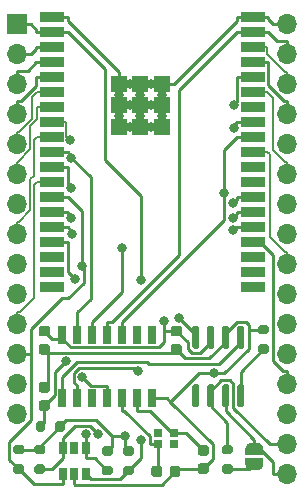
<source format=gtl>
G04 #@! TF.GenerationSoftware,KiCad,Pcbnew,(5.1.10)-1*
G04 #@! TF.CreationDate,2021-07-26T15:24:46+02:00*
G04 #@! TF.ProjectId,esp32,65737033-322e-46b6-9963-61645f706362,rev?*
G04 #@! TF.SameCoordinates,Original*
G04 #@! TF.FileFunction,Copper,L1,Top*
G04 #@! TF.FilePolarity,Positive*
%FSLAX46Y46*%
G04 Gerber Fmt 4.6, Leading zero omitted, Abs format (unit mm)*
G04 Created by KiCad (PCBNEW (5.1.10)-1) date 2021-07-26 15:24:46*
%MOMM*%
%LPD*%
G01*
G04 APERTURE LIST*
G04 #@! TA.AperFunction,ComponentPad*
%ADD10R,1.700000X1.700000*%
G04 #@! TD*
G04 #@! TA.AperFunction,ComponentPad*
%ADD11O,1.700000X1.700000*%
G04 #@! TD*
G04 #@! TA.AperFunction,SMDPad,CuDef*
%ADD12C,0.100000*%
G04 #@! TD*
G04 #@! TA.AperFunction,SMDPad,CuDef*
%ADD13R,2.000000X0.900000*%
G04 #@! TD*
G04 #@! TA.AperFunction,SMDPad,CuDef*
%ADD14R,1.330000X1.330000*%
G04 #@! TD*
G04 #@! TA.AperFunction,SMDPad,CuDef*
%ADD15R,0.650000X1.500000*%
G04 #@! TD*
G04 #@! TA.AperFunction,SMDPad,CuDef*
%ADD16R,0.750000X0.700000*%
G04 #@! TD*
G04 #@! TA.AperFunction,SMDPad,CuDef*
%ADD17R,0.650000X1.060000*%
G04 #@! TD*
G04 #@! TA.AperFunction,ViaPad*
%ADD18C,0.800000*%
G04 #@! TD*
G04 #@! TA.AperFunction,Conductor*
%ADD19C,0.250000*%
G04 #@! TD*
G04 #@! TA.AperFunction,Conductor*
%ADD20C,0.200000*%
G04 #@! TD*
G04 APERTURE END LIST*
D10*
X86360000Y-66040000D03*
D11*
X86360000Y-68580000D03*
X86360000Y-71120000D03*
X86360000Y-73660000D03*
X86360000Y-76200000D03*
X86360000Y-78740000D03*
X86360000Y-81280000D03*
X86360000Y-83820000D03*
X86360000Y-86360000D03*
X86360000Y-88900000D03*
X86360000Y-91440000D03*
X86360000Y-93980000D03*
X86360000Y-96520000D03*
X86360000Y-99060000D03*
X109220000Y-104140000D03*
X109220000Y-101600000D03*
X109220000Y-99060000D03*
X109220000Y-96520000D03*
X109220000Y-93980000D03*
X109220000Y-91440000D03*
X109220000Y-88900000D03*
X109220000Y-86360000D03*
X109220000Y-83820000D03*
X109220000Y-81280000D03*
X109220000Y-78740000D03*
X109220000Y-76200000D03*
X109220000Y-73660000D03*
X109220000Y-71120000D03*
X109220000Y-68580000D03*
X109220000Y-66040000D03*
G04 #@! TA.AperFunction,SMDPad,CuDef*
G36*
G01*
X98608000Y-103636000D02*
X98608000Y-104136000D01*
G75*
G02*
X98383000Y-104361000I-225000J0D01*
G01*
X97933000Y-104361000D01*
G75*
G02*
X97708000Y-104136000I0J225000D01*
G01*
X97708000Y-103636000D01*
G75*
G02*
X97933000Y-103411000I225000J0D01*
G01*
X98383000Y-103411000D01*
G75*
G02*
X98608000Y-103636000I0J-225000D01*
G01*
G37*
G04 #@! TD.AperFunction*
G04 #@! TA.AperFunction,SMDPad,CuDef*
G36*
G01*
X100158000Y-103636000D02*
X100158000Y-104136000D01*
G75*
G02*
X99933000Y-104361000I-225000J0D01*
G01*
X99483000Y-104361000D01*
G75*
G02*
X99258000Y-104136000I0J225000D01*
G01*
X99258000Y-103636000D01*
G75*
G02*
X99483000Y-103411000I225000J0D01*
G01*
X99933000Y-103411000D01*
G75*
G02*
X100158000Y-103636000I0J-225000D01*
G01*
G37*
G04 #@! TD.AperFunction*
G04 #@! TA.AperFunction,SMDPad,CuDef*
G36*
G01*
X101858000Y-101645000D02*
X102358000Y-101645000D01*
G75*
G02*
X102583000Y-101870000I0J-225000D01*
G01*
X102583000Y-102320000D01*
G75*
G02*
X102358000Y-102545000I-225000J0D01*
G01*
X101858000Y-102545000D01*
G75*
G02*
X101633000Y-102320000I0J225000D01*
G01*
X101633000Y-101870000D01*
G75*
G02*
X101858000Y-101645000I225000J0D01*
G01*
G37*
G04 #@! TD.AperFunction*
G04 #@! TA.AperFunction,SMDPad,CuDef*
G36*
G01*
X101858000Y-103195000D02*
X102358000Y-103195000D01*
G75*
G02*
X102583000Y-103420000I0J-225000D01*
G01*
X102583000Y-103870000D01*
G75*
G02*
X102358000Y-104095000I-225000J0D01*
G01*
X101858000Y-104095000D01*
G75*
G02*
X101633000Y-103870000I0J225000D01*
G01*
X101633000Y-103420000D01*
G75*
G02*
X101858000Y-103195000I225000J0D01*
G01*
G37*
G04 #@! TD.AperFunction*
G04 #@! TA.AperFunction,SMDPad,CuDef*
D12*
G36*
X105676000Y-102466000D02*
G01*
X105676000Y-101966000D01*
X105676602Y-101966000D01*
X105676602Y-101941466D01*
X105681412Y-101892635D01*
X105690984Y-101844510D01*
X105705228Y-101797555D01*
X105724005Y-101752222D01*
X105747136Y-101708949D01*
X105774396Y-101668150D01*
X105805524Y-101630221D01*
X105840221Y-101595524D01*
X105878150Y-101564396D01*
X105918949Y-101537136D01*
X105962222Y-101514005D01*
X106007555Y-101495228D01*
X106054510Y-101480984D01*
X106102635Y-101471412D01*
X106151466Y-101466602D01*
X106176000Y-101466602D01*
X106176000Y-101466000D01*
X106676000Y-101466000D01*
X106676000Y-101466602D01*
X106700534Y-101466602D01*
X106749365Y-101471412D01*
X106797490Y-101480984D01*
X106844445Y-101495228D01*
X106889778Y-101514005D01*
X106933051Y-101537136D01*
X106973850Y-101564396D01*
X107011779Y-101595524D01*
X107046476Y-101630221D01*
X107077604Y-101668150D01*
X107104864Y-101708949D01*
X107127995Y-101752222D01*
X107146772Y-101797555D01*
X107161016Y-101844510D01*
X107170588Y-101892635D01*
X107175398Y-101941466D01*
X107175398Y-101966000D01*
X107176000Y-101966000D01*
X107176000Y-102466000D01*
X105676000Y-102466000D01*
G37*
G04 #@! TD.AperFunction*
G04 #@! TA.AperFunction,SMDPad,CuDef*
G36*
X107175398Y-103266000D02*
G01*
X107175398Y-103290534D01*
X107170588Y-103339365D01*
X107161016Y-103387490D01*
X107146772Y-103434445D01*
X107127995Y-103479778D01*
X107104864Y-103523051D01*
X107077604Y-103563850D01*
X107046476Y-103601779D01*
X107011779Y-103636476D01*
X106973850Y-103667604D01*
X106933051Y-103694864D01*
X106889778Y-103717995D01*
X106844445Y-103736772D01*
X106797490Y-103751016D01*
X106749365Y-103760588D01*
X106700534Y-103765398D01*
X106676000Y-103765398D01*
X106676000Y-103766000D01*
X106176000Y-103766000D01*
X106176000Y-103765398D01*
X106151466Y-103765398D01*
X106102635Y-103760588D01*
X106054510Y-103751016D01*
X106007555Y-103736772D01*
X105962222Y-103717995D01*
X105918949Y-103694864D01*
X105878150Y-103667604D01*
X105840221Y-103636476D01*
X105805524Y-103601779D01*
X105774396Y-103563850D01*
X105747136Y-103523051D01*
X105724005Y-103479778D01*
X105705228Y-103434445D01*
X105690984Y-103387490D01*
X105681412Y-103339365D01*
X105676602Y-103290534D01*
X105676602Y-103266000D01*
X105676000Y-103266000D01*
X105676000Y-102766000D01*
X107176000Y-102766000D01*
X107176000Y-103266000D01*
X107175398Y-103266000D01*
G37*
G04 #@! TD.AperFunction*
G04 #@! TA.AperFunction,SMDPad,CuDef*
G36*
G01*
X94255000Y-102572000D02*
X93705000Y-102572000D01*
G75*
G02*
X93505000Y-102372000I0J200000D01*
G01*
X93505000Y-101972000D01*
G75*
G02*
X93705000Y-101772000I200000J0D01*
G01*
X94255000Y-101772000D01*
G75*
G02*
X94455000Y-101972000I0J-200000D01*
G01*
X94455000Y-102372000D01*
G75*
G02*
X94255000Y-102572000I-200000J0D01*
G01*
G37*
G04 #@! TD.AperFunction*
G04 #@! TA.AperFunction,SMDPad,CuDef*
G36*
G01*
X94255000Y-104222000D02*
X93705000Y-104222000D01*
G75*
G02*
X93505000Y-104022000I0J200000D01*
G01*
X93505000Y-103622000D01*
G75*
G02*
X93705000Y-103422000I200000J0D01*
G01*
X94255000Y-103422000D01*
G75*
G02*
X94455000Y-103622000I0J-200000D01*
G01*
X94455000Y-104022000D01*
G75*
G02*
X94255000Y-104222000I-200000J0D01*
G01*
G37*
G04 #@! TD.AperFunction*
G04 #@! TA.AperFunction,SMDPad,CuDef*
G36*
G01*
X88540000Y-104095000D02*
X87990000Y-104095000D01*
G75*
G02*
X87790000Y-103895000I0J200000D01*
G01*
X87790000Y-103495000D01*
G75*
G02*
X87990000Y-103295000I200000J0D01*
G01*
X88540000Y-103295000D01*
G75*
G02*
X88740000Y-103495000I0J-200000D01*
G01*
X88740000Y-103895000D01*
G75*
G02*
X88540000Y-104095000I-200000J0D01*
G01*
G37*
G04 #@! TD.AperFunction*
G04 #@! TA.AperFunction,SMDPad,CuDef*
G36*
G01*
X88540000Y-102445000D02*
X87990000Y-102445000D01*
G75*
G02*
X87790000Y-102245000I0J200000D01*
G01*
X87790000Y-101845000D01*
G75*
G02*
X87990000Y-101645000I200000J0D01*
G01*
X88540000Y-101645000D01*
G75*
G02*
X88740000Y-101845000I0J-200000D01*
G01*
X88740000Y-102245000D01*
G75*
G02*
X88540000Y-102445000I-200000J0D01*
G01*
G37*
G04 #@! TD.AperFunction*
G04 #@! TA.AperFunction,SMDPad,CuDef*
G36*
G01*
X86212000Y-101645000D02*
X86762000Y-101645000D01*
G75*
G02*
X86962000Y-101845000I0J-200000D01*
G01*
X86962000Y-102245000D01*
G75*
G02*
X86762000Y-102445000I-200000J0D01*
G01*
X86212000Y-102445000D01*
G75*
G02*
X86012000Y-102245000I0J200000D01*
G01*
X86012000Y-101845000D01*
G75*
G02*
X86212000Y-101645000I200000J0D01*
G01*
G37*
G04 #@! TD.AperFunction*
G04 #@! TA.AperFunction,SMDPad,CuDef*
G36*
G01*
X86212000Y-103295000D02*
X86762000Y-103295000D01*
G75*
G02*
X86962000Y-103495000I0J-200000D01*
G01*
X86962000Y-103895000D01*
G75*
G02*
X86762000Y-104095000I-200000J0D01*
G01*
X86212000Y-104095000D01*
G75*
G02*
X86012000Y-103895000I0J200000D01*
G01*
X86012000Y-103495000D01*
G75*
G02*
X86212000Y-103295000I200000J0D01*
G01*
G37*
G04 #@! TD.AperFunction*
G04 #@! TA.AperFunction,SMDPad,CuDef*
G36*
G01*
X95483000Y-103422000D02*
X96033000Y-103422000D01*
G75*
G02*
X96233000Y-103622000I0J-200000D01*
G01*
X96233000Y-104022000D01*
G75*
G02*
X96033000Y-104222000I-200000J0D01*
G01*
X95483000Y-104222000D01*
G75*
G02*
X95283000Y-104022000I0J200000D01*
G01*
X95283000Y-103622000D01*
G75*
G02*
X95483000Y-103422000I200000J0D01*
G01*
G37*
G04 #@! TD.AperFunction*
G04 #@! TA.AperFunction,SMDPad,CuDef*
G36*
G01*
X95483000Y-101772000D02*
X96033000Y-101772000D01*
G75*
G02*
X96233000Y-101972000I0J-200000D01*
G01*
X96233000Y-102372000D01*
G75*
G02*
X96033000Y-102572000I-200000J0D01*
G01*
X95483000Y-102572000D01*
G75*
G02*
X95283000Y-102372000I0J200000D01*
G01*
X95283000Y-101972000D01*
G75*
G02*
X95483000Y-101772000I200000J0D01*
G01*
G37*
G04 #@! TD.AperFunction*
G04 #@! TA.AperFunction,SMDPad,CuDef*
G36*
G01*
X107463000Y-93935000D02*
X106913000Y-93935000D01*
G75*
G02*
X106713000Y-93735000I0J200000D01*
G01*
X106713000Y-93335000D01*
G75*
G02*
X106913000Y-93135000I200000J0D01*
G01*
X107463000Y-93135000D01*
G75*
G02*
X107663000Y-93335000I0J-200000D01*
G01*
X107663000Y-93735000D01*
G75*
G02*
X107463000Y-93935000I-200000J0D01*
G01*
G37*
G04 #@! TD.AperFunction*
G04 #@! TA.AperFunction,SMDPad,CuDef*
G36*
G01*
X107463000Y-92285000D02*
X106913000Y-92285000D01*
G75*
G02*
X106713000Y-92085000I0J200000D01*
G01*
X106713000Y-91685000D01*
G75*
G02*
X106913000Y-91485000I200000J0D01*
G01*
X107463000Y-91485000D01*
G75*
G02*
X107663000Y-91685000I0J-200000D01*
G01*
X107663000Y-92085000D01*
G75*
G02*
X107463000Y-92285000I-200000J0D01*
G01*
G37*
G04 #@! TD.AperFunction*
G04 #@! TA.AperFunction,SMDPad,CuDef*
G36*
G01*
X105133000Y-91546000D02*
X105433000Y-91546000D01*
G75*
G02*
X105583000Y-91696000I0J-150000D01*
G01*
X105583000Y-93346000D01*
G75*
G02*
X105433000Y-93496000I-150000J0D01*
G01*
X105133000Y-93496000D01*
G75*
G02*
X104983000Y-93346000I0J150000D01*
G01*
X104983000Y-91696000D01*
G75*
G02*
X105133000Y-91546000I150000J0D01*
G01*
G37*
G04 #@! TD.AperFunction*
G04 #@! TA.AperFunction,SMDPad,CuDef*
G36*
G01*
X103863000Y-91546000D02*
X104163000Y-91546000D01*
G75*
G02*
X104313000Y-91696000I0J-150000D01*
G01*
X104313000Y-93346000D01*
G75*
G02*
X104163000Y-93496000I-150000J0D01*
G01*
X103863000Y-93496000D01*
G75*
G02*
X103713000Y-93346000I0J150000D01*
G01*
X103713000Y-91696000D01*
G75*
G02*
X103863000Y-91546000I150000J0D01*
G01*
G37*
G04 #@! TD.AperFunction*
G04 #@! TA.AperFunction,SMDPad,CuDef*
G36*
G01*
X102593000Y-91546000D02*
X102893000Y-91546000D01*
G75*
G02*
X103043000Y-91696000I0J-150000D01*
G01*
X103043000Y-93346000D01*
G75*
G02*
X102893000Y-93496000I-150000J0D01*
G01*
X102593000Y-93496000D01*
G75*
G02*
X102443000Y-93346000I0J150000D01*
G01*
X102443000Y-91696000D01*
G75*
G02*
X102593000Y-91546000I150000J0D01*
G01*
G37*
G04 #@! TD.AperFunction*
G04 #@! TA.AperFunction,SMDPad,CuDef*
G36*
G01*
X101323000Y-91546000D02*
X101623000Y-91546000D01*
G75*
G02*
X101773000Y-91696000I0J-150000D01*
G01*
X101773000Y-93346000D01*
G75*
G02*
X101623000Y-93496000I-150000J0D01*
G01*
X101323000Y-93496000D01*
G75*
G02*
X101173000Y-93346000I0J150000D01*
G01*
X101173000Y-91696000D01*
G75*
G02*
X101323000Y-91546000I150000J0D01*
G01*
G37*
G04 #@! TD.AperFunction*
G04 #@! TA.AperFunction,SMDPad,CuDef*
G36*
G01*
X101323000Y-96496000D02*
X101623000Y-96496000D01*
G75*
G02*
X101773000Y-96646000I0J-150000D01*
G01*
X101773000Y-98296000D01*
G75*
G02*
X101623000Y-98446000I-150000J0D01*
G01*
X101323000Y-98446000D01*
G75*
G02*
X101173000Y-98296000I0J150000D01*
G01*
X101173000Y-96646000D01*
G75*
G02*
X101323000Y-96496000I150000J0D01*
G01*
G37*
G04 #@! TD.AperFunction*
G04 #@! TA.AperFunction,SMDPad,CuDef*
G36*
G01*
X102593000Y-96496000D02*
X102893000Y-96496000D01*
G75*
G02*
X103043000Y-96646000I0J-150000D01*
G01*
X103043000Y-98296000D01*
G75*
G02*
X102893000Y-98446000I-150000J0D01*
G01*
X102593000Y-98446000D01*
G75*
G02*
X102443000Y-98296000I0J150000D01*
G01*
X102443000Y-96646000D01*
G75*
G02*
X102593000Y-96496000I150000J0D01*
G01*
G37*
G04 #@! TD.AperFunction*
G04 #@! TA.AperFunction,SMDPad,CuDef*
G36*
G01*
X103863000Y-96496000D02*
X104163000Y-96496000D01*
G75*
G02*
X104313000Y-96646000I0J-150000D01*
G01*
X104313000Y-98296000D01*
G75*
G02*
X104163000Y-98446000I-150000J0D01*
G01*
X103863000Y-98446000D01*
G75*
G02*
X103713000Y-98296000I0J150000D01*
G01*
X103713000Y-96646000D01*
G75*
G02*
X103863000Y-96496000I150000J0D01*
G01*
G37*
G04 #@! TD.AperFunction*
G04 #@! TA.AperFunction,SMDPad,CuDef*
G36*
G01*
X105133000Y-96496000D02*
X105433000Y-96496000D01*
G75*
G02*
X105583000Y-96646000I0J-150000D01*
G01*
X105583000Y-98296000D01*
G75*
G02*
X105433000Y-98446000I-150000J0D01*
G01*
X105133000Y-98446000D01*
G75*
G02*
X104983000Y-98296000I0J150000D01*
G01*
X104983000Y-96646000D01*
G75*
G02*
X105133000Y-96496000I150000J0D01*
G01*
G37*
G04 #@! TD.AperFunction*
D13*
X89290000Y-65400000D03*
X89290000Y-66670000D03*
X89290000Y-67940000D03*
X89290000Y-69210000D03*
X89290000Y-70480000D03*
X89290000Y-71750000D03*
X89290000Y-73020000D03*
X89290000Y-74290000D03*
X89290000Y-75560000D03*
X89290000Y-76830000D03*
X89290000Y-78100000D03*
X89290000Y-79370000D03*
X89290000Y-80640000D03*
X89290000Y-81910000D03*
X89290000Y-83180000D03*
X89290000Y-84450000D03*
X89290000Y-85720000D03*
X89290000Y-86990000D03*
X89290000Y-88260000D03*
X106290000Y-88260000D03*
X106290000Y-86990000D03*
X106290000Y-85720000D03*
X106290000Y-84450000D03*
X106290000Y-83180000D03*
X106290000Y-81910000D03*
X106290000Y-80640000D03*
X106290000Y-79370000D03*
X106290000Y-78100000D03*
X106290000Y-76830000D03*
X106290000Y-75560000D03*
X106290000Y-74290000D03*
X106290000Y-73020000D03*
X106290000Y-71750000D03*
X106290000Y-70480000D03*
X106290000Y-69210000D03*
X106290000Y-67940000D03*
X106290000Y-66670000D03*
X106290000Y-65400000D03*
D14*
X96790000Y-72900000D03*
X94955000Y-71065000D03*
X94955000Y-72900000D03*
X94955000Y-74735000D03*
X96790000Y-74735000D03*
X98625000Y-74735000D03*
X98625000Y-72900000D03*
X98625000Y-71065000D03*
X96790000Y-71065000D03*
G04 #@! TA.AperFunction,SMDPad,CuDef*
G36*
G01*
X99572000Y-93101000D02*
X100072000Y-93101000D01*
G75*
G02*
X100297000Y-93326000I0J-225000D01*
G01*
X100297000Y-93776000D01*
G75*
G02*
X100072000Y-94001000I-225000J0D01*
G01*
X99572000Y-94001000D01*
G75*
G02*
X99347000Y-93776000I0J225000D01*
G01*
X99347000Y-93326000D01*
G75*
G02*
X99572000Y-93101000I225000J0D01*
G01*
G37*
G04 #@! TD.AperFunction*
G04 #@! TA.AperFunction,SMDPad,CuDef*
G36*
G01*
X99572000Y-91551000D02*
X100072000Y-91551000D01*
G75*
G02*
X100297000Y-91776000I0J-225000D01*
G01*
X100297000Y-92226000D01*
G75*
G02*
X100072000Y-92451000I-225000J0D01*
G01*
X99572000Y-92451000D01*
G75*
G02*
X99347000Y-92226000I0J225000D01*
G01*
X99347000Y-91776000D01*
G75*
G02*
X99572000Y-91551000I225000J0D01*
G01*
G37*
G04 #@! TD.AperFunction*
G04 #@! TA.AperFunction,SMDPad,CuDef*
G36*
G01*
X88396000Y-91551000D02*
X88896000Y-91551000D01*
G75*
G02*
X89121000Y-91776000I0J-225000D01*
G01*
X89121000Y-92226000D01*
G75*
G02*
X88896000Y-92451000I-225000J0D01*
G01*
X88396000Y-92451000D01*
G75*
G02*
X88171000Y-92226000I0J225000D01*
G01*
X88171000Y-91776000D01*
G75*
G02*
X88396000Y-91551000I225000J0D01*
G01*
G37*
G04 #@! TD.AperFunction*
G04 #@! TA.AperFunction,SMDPad,CuDef*
G36*
G01*
X88396000Y-93101000D02*
X88896000Y-93101000D01*
G75*
G02*
X89121000Y-93326000I0J-225000D01*
G01*
X89121000Y-93776000D01*
G75*
G02*
X88896000Y-94001000I-225000J0D01*
G01*
X88396000Y-94001000D01*
G75*
G02*
X88171000Y-93776000I0J225000D01*
G01*
X88171000Y-93326000D01*
G75*
G02*
X88396000Y-93101000I225000J0D01*
G01*
G37*
G04 #@! TD.AperFunction*
G04 #@! TA.AperFunction,SMDPad,CuDef*
G36*
G01*
X88896000Y-98761000D02*
X88396000Y-98761000D01*
G75*
G02*
X88171000Y-98536000I0J225000D01*
G01*
X88171000Y-98086000D01*
G75*
G02*
X88396000Y-97861000I225000J0D01*
G01*
X88896000Y-97861000D01*
G75*
G02*
X89121000Y-98086000I0J-225000D01*
G01*
X89121000Y-98536000D01*
G75*
G02*
X88896000Y-98761000I-225000J0D01*
G01*
G37*
G04 #@! TD.AperFunction*
G04 #@! TA.AperFunction,SMDPad,CuDef*
G36*
G01*
X88896000Y-97211000D02*
X88396000Y-97211000D01*
G75*
G02*
X88171000Y-96986000I0J225000D01*
G01*
X88171000Y-96536000D01*
G75*
G02*
X88396000Y-96311000I225000J0D01*
G01*
X88896000Y-96311000D01*
G75*
G02*
X89121000Y-96536000I0J-225000D01*
G01*
X89121000Y-96986000D01*
G75*
G02*
X88896000Y-97211000I-225000J0D01*
G01*
G37*
G04 #@! TD.AperFunction*
G04 #@! TA.AperFunction,SMDPad,CuDef*
G36*
G01*
X90379000Y-99801000D02*
X90379000Y-100351000D01*
G75*
G02*
X90179000Y-100551000I-200000J0D01*
G01*
X89779000Y-100551000D01*
G75*
G02*
X89579000Y-100351000I0J200000D01*
G01*
X89579000Y-99801000D01*
G75*
G02*
X89779000Y-99601000I200000J0D01*
G01*
X90179000Y-99601000D01*
G75*
G02*
X90379000Y-99801000I0J-200000D01*
G01*
G37*
G04 #@! TD.AperFunction*
G04 #@! TA.AperFunction,SMDPad,CuDef*
G36*
G01*
X88729000Y-99801000D02*
X88729000Y-100351000D01*
G75*
G02*
X88529000Y-100551000I-200000J0D01*
G01*
X88129000Y-100551000D01*
G75*
G02*
X87929000Y-100351000I0J200000D01*
G01*
X87929000Y-99801000D01*
G75*
G02*
X88129000Y-99601000I200000J0D01*
G01*
X88529000Y-99601000D01*
G75*
G02*
X88729000Y-99801000I0J-200000D01*
G01*
G37*
G04 #@! TD.AperFunction*
G04 #@! TA.AperFunction,SMDPad,CuDef*
G36*
G01*
X104415000Y-104095000D02*
X103865000Y-104095000D01*
G75*
G02*
X103665000Y-103895000I0J200000D01*
G01*
X103665000Y-103495000D01*
G75*
G02*
X103865000Y-103295000I200000J0D01*
G01*
X104415000Y-103295000D01*
G75*
G02*
X104615000Y-103495000I0J-200000D01*
G01*
X104615000Y-103895000D01*
G75*
G02*
X104415000Y-104095000I-200000J0D01*
G01*
G37*
G04 #@! TD.AperFunction*
G04 #@! TA.AperFunction,SMDPad,CuDef*
G36*
G01*
X104415000Y-102445000D02*
X103865000Y-102445000D01*
G75*
G02*
X103665000Y-102245000I0J200000D01*
G01*
X103665000Y-101845000D01*
G75*
G02*
X103865000Y-101645000I200000J0D01*
G01*
X104415000Y-101645000D01*
G75*
G02*
X104615000Y-101845000I0J-200000D01*
G01*
X104615000Y-102245000D01*
G75*
G02*
X104415000Y-102445000I-200000J0D01*
G01*
G37*
G04 #@! TD.AperFunction*
D15*
X90170000Y-97696000D03*
X91440000Y-97696000D03*
X92710000Y-97696000D03*
X93980000Y-97696000D03*
X95250000Y-97696000D03*
X96520000Y-97696000D03*
X97790000Y-97696000D03*
X97790000Y-92296000D03*
X96520000Y-92296000D03*
X95250000Y-92296000D03*
X93980000Y-92296000D03*
X92710000Y-92296000D03*
X91440000Y-92296000D03*
X90170000Y-92296000D03*
D16*
X99608000Y-100592000D03*
X98258000Y-100592000D03*
X98258000Y-101592000D03*
X99608000Y-101592000D03*
D17*
X90236000Y-104097000D03*
X91186000Y-104097000D03*
X92136000Y-104097000D03*
X92136000Y-101897000D03*
X90236000Y-101897000D03*
X91186000Y-101897000D03*
D18*
X90801700Y-75847100D03*
X90948300Y-82443100D03*
X104635100Y-81192000D03*
X95467700Y-100847600D03*
X98750000Y-91182600D03*
X96840200Y-87709800D03*
X103035400Y-95563200D03*
X91017700Y-83807900D03*
X95872500Y-71065000D03*
X97707500Y-71065000D03*
X95872500Y-72900000D03*
X97707500Y-72900000D03*
X97707500Y-74735000D03*
X95872500Y-74735000D03*
X94955000Y-71982500D03*
X94955000Y-73817500D03*
X96790000Y-71982500D03*
X96790000Y-73817500D03*
X98625000Y-71982500D03*
X98625000Y-73817500D03*
X91839900Y-86518100D03*
X96830300Y-101229600D03*
X104664900Y-83479800D03*
X93195500Y-100728800D03*
X91250400Y-87606200D03*
X92136000Y-100755900D03*
X90936200Y-77322100D03*
X91845800Y-95855800D03*
X90904400Y-79875100D03*
X103843500Y-80331100D03*
X95202400Y-84975800D03*
X104675300Y-74829800D03*
X100048900Y-90935400D03*
X96581200Y-95344100D03*
X90461900Y-94551200D03*
X104660100Y-82385900D03*
X104666500Y-72821800D03*
D19*
X86360000Y-71120000D02*
X86360000Y-69944700D01*
X89290000Y-69210000D02*
X87964700Y-69210000D01*
X87964700Y-69210000D02*
X87230000Y-69944700D01*
X87230000Y-69944700D02*
X86360000Y-69944700D01*
X86360000Y-73660000D02*
X86360000Y-72484700D01*
X89290000Y-70480000D02*
X87964700Y-70480000D01*
X87964700Y-70480000D02*
X87964700Y-71213200D01*
X87964700Y-71213200D02*
X86693200Y-72484700D01*
X86693200Y-72484700D02*
X86360000Y-72484700D01*
D20*
X88065000Y-71750000D02*
X87623300Y-72191700D01*
X87623300Y-72191700D02*
X87623300Y-74041800D01*
X87623300Y-74041800D02*
X86540100Y-75125000D01*
X86540100Y-75125000D02*
X86360000Y-75125000D01*
X89290000Y-71750000D02*
X88065000Y-71750000D01*
X86360000Y-76200000D02*
X86360000Y-75125000D01*
X86360000Y-78740000D02*
X86360000Y-77665000D01*
X89290000Y-73020000D02*
X88065000Y-73020000D01*
X88065000Y-73020000D02*
X88065000Y-74025000D01*
X88065000Y-74025000D02*
X87474500Y-74615500D01*
X87474500Y-74615500D02*
X87474500Y-76571100D01*
X87474500Y-76571100D02*
X86380600Y-77665000D01*
X86380600Y-77665000D02*
X86360000Y-77665000D01*
X90515000Y-74290000D02*
X90515000Y-75560400D01*
X90515000Y-75560400D02*
X90801700Y-75847100D01*
X89290000Y-74290000D02*
X90515000Y-74290000D01*
X86360000Y-83820000D02*
X86360000Y-82745000D01*
X89290000Y-75560000D02*
X88065000Y-75560000D01*
X88065000Y-75560000D02*
X87776100Y-75848900D01*
X87776100Y-75848900D02*
X87776100Y-78850400D01*
X87776100Y-78850400D02*
X87474500Y-79152000D01*
X87474500Y-79152000D02*
X87474500Y-81741900D01*
X87474500Y-81741900D02*
X86471400Y-82745000D01*
X86471400Y-82745000D02*
X86360000Y-82745000D01*
X86360000Y-90365000D02*
X86582700Y-90365000D01*
X86582700Y-90365000D02*
X87774900Y-89172800D01*
X87774900Y-89172800D02*
X87774900Y-79660100D01*
X87774900Y-79660100D02*
X88065000Y-79370000D01*
X86360000Y-91440000D02*
X86360000Y-90365000D01*
X89290000Y-79370000D02*
X88065000Y-79370000D01*
D19*
X90615300Y-81910000D02*
X90615300Y-82110100D01*
X90615300Y-82110100D02*
X90948300Y-82443100D01*
X89290000Y-81910000D02*
X90615300Y-81910000D01*
X106290000Y-80640000D02*
X104964700Y-80640000D01*
X104964700Y-80640000D02*
X104964700Y-80862400D01*
X104964700Y-80862400D02*
X104635100Y-81192000D01*
D20*
X109220000Y-86360000D02*
X109220000Y-85285000D01*
X106290000Y-76830000D02*
X107515000Y-76830000D01*
X107515000Y-76830000D02*
X107723700Y-77038700D01*
X107723700Y-77038700D02*
X107723700Y-84006400D01*
X107723700Y-84006400D02*
X109002300Y-85285000D01*
X109002300Y-85285000D02*
X109220000Y-85285000D01*
X109220000Y-78740000D02*
X109220000Y-77665000D01*
X106290000Y-71750000D02*
X107515000Y-71750000D01*
X107515000Y-71750000D02*
X108024100Y-72259100D01*
X108024100Y-72259100D02*
X108024100Y-76691900D01*
X108024100Y-76691900D02*
X108997200Y-77665000D01*
X108997200Y-77665000D02*
X109220000Y-77665000D01*
X109220000Y-71120000D02*
X109220000Y-70045000D01*
X106290000Y-67940000D02*
X107515000Y-67940000D01*
X107515000Y-67940000D02*
X107515000Y-68502000D01*
X107515000Y-68502000D02*
X109058000Y-70045000D01*
X109058000Y-70045000D02*
X109220000Y-70045000D01*
D19*
X94356800Y-100847600D02*
X93055400Y-99546200D01*
X93055400Y-99546200D02*
X90508800Y-99546200D01*
X90508800Y-99546200D02*
X89979000Y-100076000D01*
X95467700Y-100847600D02*
X94356800Y-100847600D01*
X94356800Y-100847600D02*
X94356800Y-101795200D01*
X94356800Y-101795200D02*
X93980000Y-102172000D01*
X95467700Y-100847600D02*
X95467700Y-101881700D01*
X95467700Y-101881700D02*
X95758000Y-102172000D01*
X90615300Y-66670000D02*
X93778000Y-69832700D01*
X93778000Y-69832700D02*
X93778000Y-77512500D01*
X93778000Y-77512500D02*
X96840200Y-80574700D01*
X96840200Y-80574700D02*
X96840200Y-87709800D01*
X88265000Y-102045000D02*
X86487000Y-102045000D01*
X90170000Y-92648000D02*
X89293000Y-92648000D01*
X89293000Y-92648000D02*
X88646000Y-92001000D01*
X89979000Y-100076000D02*
X88265000Y-101790000D01*
X88265000Y-101790000D02*
X88265000Y-102045000D01*
X98750000Y-92001000D02*
X98750000Y-91182600D01*
X90170000Y-92648000D02*
X90893400Y-93371400D01*
X90893400Y-93371400D02*
X98317600Y-93371400D01*
X98317600Y-93371400D02*
X98750000Y-92939000D01*
X98750000Y-92939000D02*
X98750000Y-92001000D01*
X98750000Y-92001000D02*
X99822000Y-92001000D01*
X89290000Y-66670000D02*
X90615300Y-66670000D01*
X90170000Y-92472000D02*
X90170000Y-92296000D01*
X90170000Y-92472000D02*
X90170000Y-92648000D01*
X88627400Y-66670000D02*
X89290000Y-66670000D01*
X99822000Y-92001000D02*
X100773300Y-92952300D01*
X100773300Y-92952300D02*
X100773300Y-93495200D01*
X100773300Y-93495200D02*
X101147700Y-93869600D01*
X101147700Y-93869600D02*
X101809600Y-93869600D01*
X101809600Y-93869600D02*
X102743000Y-92936200D01*
X102743000Y-92936200D02*
X102743000Y-92521000D01*
X88627400Y-66670000D02*
X87964700Y-66670000D01*
X86360000Y-66040000D02*
X87535300Y-66040000D01*
X87964700Y-66670000D02*
X87964700Y-66469400D01*
X87964700Y-66469400D02*
X87535300Y-66040000D01*
X106290000Y-65400000D02*
X107615300Y-65400000D01*
X109220000Y-66040000D02*
X108044700Y-66040000D01*
X108044700Y-66040000D02*
X107615300Y-65610600D01*
X107615300Y-65610600D02*
X107615300Y-65400000D01*
X99822000Y-93551000D02*
X99547100Y-93825900D01*
X99547100Y-93825900D02*
X89046500Y-93825900D01*
X89046500Y-93825900D02*
X88983700Y-93888700D01*
X88646000Y-93551000D02*
X88983700Y-93888700D01*
X88646000Y-96761000D02*
X88983700Y-96423300D01*
X88983700Y-96423300D02*
X88983700Y-93888700D01*
X90615300Y-83180000D02*
X91017700Y-83582400D01*
X91017700Y-83582400D02*
X91017700Y-83807900D01*
X89290000Y-65400000D02*
X90615300Y-65400000D01*
X94955000Y-71065000D02*
X94955000Y-70074700D01*
X94955000Y-70074700D02*
X90615300Y-65735000D01*
X90615300Y-65735000D02*
X90615300Y-65400000D01*
X94955000Y-72900000D02*
X94955000Y-72050000D01*
X104013000Y-92521000D02*
X104013000Y-92914700D01*
X104013000Y-92914700D02*
X102606500Y-94321200D01*
X102606500Y-94321200D02*
X100592200Y-94321200D01*
X100592200Y-94321200D02*
X99822000Y-93551000D01*
X105957600Y-91885000D02*
X105957600Y-91469400D01*
X105957600Y-91469400D02*
X105708300Y-91220100D01*
X105708300Y-91220100D02*
X104936700Y-91220100D01*
X104936700Y-91220100D02*
X104013000Y-92143800D01*
X104013000Y-92143800D02*
X104013000Y-92521000D01*
X99310100Y-97973600D02*
X99032500Y-97696000D01*
X99032500Y-97696000D02*
X97790000Y-97696000D01*
X102108000Y-103645000D02*
X102914300Y-102838700D01*
X102914300Y-102838700D02*
X102914300Y-101577800D01*
X102914300Y-101577800D02*
X99310100Y-97973600D01*
X99310100Y-97973600D02*
X101720500Y-95563200D01*
X101720500Y-95563200D02*
X103035400Y-95563200D01*
X99708000Y-103886000D02*
X99949000Y-103645000D01*
X99949000Y-103645000D02*
X102108000Y-103645000D01*
X96790000Y-74735000D02*
X97634700Y-74735000D01*
X98625000Y-74735000D02*
X97731000Y-74735000D01*
X96790000Y-74735000D02*
X96790000Y-73817500D01*
X105957600Y-91885000D02*
X105957600Y-93500500D01*
X105957600Y-93500500D02*
X103894900Y-95563200D01*
X103894900Y-95563200D02*
X103035400Y-95563200D01*
X105957600Y-91885000D02*
X107188000Y-91885000D01*
X89290000Y-83180000D02*
X90615300Y-83180000D01*
X99708000Y-103886000D02*
X98588500Y-105005500D01*
X98588500Y-105005500D02*
X91239200Y-105005500D01*
X91239200Y-105005500D02*
X91186000Y-104952300D01*
X91186000Y-104097000D02*
X91186000Y-104952300D01*
X106290000Y-65400000D02*
X104964700Y-65400000D01*
X98625000Y-71065000D02*
X99615300Y-71065000D01*
X104964700Y-65400000D02*
X104964700Y-65715600D01*
X104964700Y-65715600D02*
X99615300Y-71065000D01*
X96790000Y-73817500D02*
X96790000Y-73771000D01*
X94955000Y-73817500D02*
X94955000Y-73817500D01*
X94955000Y-74735000D02*
X94955000Y-73817500D01*
X96790000Y-71982500D02*
X96790000Y-71982500D01*
X96790000Y-71065000D02*
X96790000Y-71982500D01*
X98625000Y-71982500D02*
X98625000Y-71982500D01*
X98625000Y-71065000D02*
X98625000Y-71982500D01*
X94955000Y-71065000D02*
X95813000Y-71065000D01*
X96790000Y-71065000D02*
X97845000Y-71065000D01*
X98625000Y-72900000D02*
X98625000Y-73968000D01*
X94955000Y-72900000D02*
X95883000Y-72900000D01*
X96790000Y-72900000D02*
X97661000Y-72900000D01*
X95813000Y-71065000D02*
X96790000Y-71065000D01*
X97845000Y-71065000D02*
X98625000Y-71065000D01*
X95883000Y-72900000D02*
X96790000Y-72900000D01*
X97661000Y-72900000D02*
X98625000Y-72900000D01*
X97731000Y-74735000D02*
X97634700Y-74735000D01*
X94955000Y-74735000D02*
X95826000Y-74735000D01*
X95826000Y-74735000D02*
X96790000Y-74735000D01*
X94955000Y-72050000D02*
X94955000Y-71065000D01*
X94955000Y-73817500D02*
X94955000Y-72900000D01*
X96790000Y-71982500D02*
X96790000Y-72900000D01*
X96790000Y-73771000D02*
X96790000Y-72900000D01*
X98625000Y-71982500D02*
X98625000Y-72900000D01*
X98625000Y-73968000D02*
X98625000Y-74735000D01*
X98258000Y-101592000D02*
X97557700Y-101592000D01*
X95250000Y-97696000D02*
X95250000Y-98771300D01*
X95250000Y-98771300D02*
X95402900Y-98771300D01*
X95402900Y-98771300D02*
X97557700Y-100926100D01*
X97557700Y-100926100D02*
X97557700Y-101592000D01*
X98258000Y-101592000D02*
X98258000Y-103786000D01*
X98258000Y-103786000D02*
X98158000Y-103886000D01*
X99608000Y-100592000D02*
X100605000Y-100592000D01*
X100605000Y-100592000D02*
X102108000Y-102095000D01*
X96520000Y-98771300D02*
X97622400Y-98771300D01*
X97622400Y-98771300D02*
X99443000Y-100591900D01*
X99443000Y-100591900D02*
X99443000Y-100592000D01*
X99443000Y-100592000D02*
X99608000Y-100592000D01*
X96520000Y-97696000D02*
X96520000Y-98771300D01*
X90615300Y-80640000D02*
X91839900Y-81864600D01*
X91839900Y-81864600D02*
X91839900Y-86518100D01*
X91839900Y-86518100D02*
X91979100Y-86657300D01*
X91979100Y-86657300D02*
X91979100Y-87944500D01*
X91979100Y-87944500D02*
X90694300Y-89229300D01*
X90694300Y-89229300D02*
X90131600Y-89229300D01*
X90131600Y-89229300D02*
X87535300Y-91825600D01*
X87535300Y-91825600D02*
X87535300Y-93980000D01*
X86487000Y-103695000D02*
X85678700Y-102886700D01*
X85678700Y-102886700D02*
X85678700Y-101412900D01*
X85678700Y-101412900D02*
X87535300Y-99556300D01*
X87535300Y-99556300D02*
X87535300Y-93980000D01*
X86360000Y-93980000D02*
X87535300Y-93980000D01*
X89290000Y-80640000D02*
X90615300Y-80640000D01*
X90236000Y-104952300D02*
X87744300Y-104952300D01*
X87744300Y-104952300D02*
X86487000Y-103695000D01*
X90236000Y-104097000D02*
X90236000Y-104952300D01*
X95758000Y-103822000D02*
X96830300Y-102749700D01*
X96830300Y-102749700D02*
X96830300Y-101229600D01*
X92136000Y-104097000D02*
X92591000Y-104552000D01*
X92591000Y-104552000D02*
X95028000Y-104552000D01*
X95028000Y-104552000D02*
X95758000Y-103822000D01*
X104664900Y-83479800D02*
X104964700Y-83180000D01*
X106290000Y-83180000D02*
X104964700Y-83180000D01*
X90236000Y-101897000D02*
X90236000Y-101041700D01*
X90236000Y-101041700D02*
X91247200Y-100030500D01*
X91247200Y-100030500D02*
X92497200Y-100030500D01*
X92497200Y-100030500D02*
X93195500Y-100728800D01*
X90236000Y-102324600D02*
X90236000Y-101897000D01*
X90236000Y-102324600D02*
X90236000Y-102752300D01*
X88265000Y-103695000D02*
X89293300Y-103695000D01*
X89293300Y-103695000D02*
X90236000Y-102752300D01*
X109220000Y-96520000D02*
X109220000Y-95344700D01*
X106290000Y-84450000D02*
X106939400Y-84450000D01*
X106939400Y-84450000D02*
X108044700Y-85555300D01*
X108044700Y-85555300D02*
X108044700Y-94536800D01*
X108044700Y-94536800D02*
X108852600Y-95344700D01*
X108852600Y-95344700D02*
X109220000Y-95344700D01*
X90615300Y-84450000D02*
X90615300Y-86971100D01*
X90615300Y-86971100D02*
X91250400Y-87606200D01*
X89290000Y-84450000D02*
X90615300Y-84450000D01*
X92136000Y-101041700D02*
X92136000Y-100755900D01*
X92136000Y-101897000D02*
X92136000Y-101041700D01*
X92136000Y-102324600D02*
X92136000Y-101897000D01*
X92136000Y-102324600D02*
X92136000Y-102752300D01*
X92136000Y-102752300D02*
X92910300Y-102752300D01*
X92910300Y-102752300D02*
X93980000Y-103822000D01*
X91440000Y-92296000D02*
X91440000Y-90402000D01*
X91440000Y-90402000D02*
X92565200Y-89276800D01*
X92565200Y-89276800D02*
X92565200Y-78951100D01*
X92565200Y-78951100D02*
X90936200Y-77322100D01*
X90936200Y-77322100D02*
X90936200Y-77150900D01*
X90936200Y-77150900D02*
X90615300Y-76830000D01*
X89290000Y-76830000D02*
X90615300Y-76830000D01*
X93980000Y-96620700D02*
X92610700Y-96620700D01*
X92610700Y-96620700D02*
X91845800Y-95855800D01*
X90615300Y-78100000D02*
X90615300Y-79586000D01*
X90615300Y-79586000D02*
X90904400Y-79875100D01*
X93980000Y-97696000D02*
X93980000Y-96620700D01*
X89290000Y-78100000D02*
X90615300Y-78100000D01*
X104964700Y-75560000D02*
X103843500Y-76681200D01*
X103843500Y-76681200D02*
X103843500Y-80331100D01*
X103843500Y-80331100D02*
X103843500Y-82627200D01*
X103843500Y-82627200D02*
X95250000Y-91220700D01*
X95250000Y-92296000D02*
X95250000Y-91220700D01*
X106290000Y-75560000D02*
X104964700Y-75560000D01*
X92710000Y-91220700D02*
X95202400Y-88728300D01*
X95202400Y-88728300D02*
X95202400Y-84975800D01*
X92710000Y-92296000D02*
X92710000Y-91220700D01*
X104964700Y-74290000D02*
X104675300Y-74579400D01*
X104675300Y-74579400D02*
X104675300Y-74829800D01*
X106290000Y-74290000D02*
X104964700Y-74290000D01*
X93980000Y-91220700D02*
X94355100Y-91220700D01*
X94355100Y-91220700D02*
X100024000Y-85551800D01*
X100024000Y-85551800D02*
X100024000Y-71610700D01*
X100024000Y-71610700D02*
X104964700Y-66670000D01*
X106290000Y-66670000D02*
X104964700Y-66670000D01*
X93980000Y-92296000D02*
X93980000Y-91220700D01*
X109220000Y-68580000D02*
X109220000Y-67404700D01*
X106290000Y-66670000D02*
X107615300Y-66670000D01*
X107615300Y-66670000D02*
X108350000Y-67404700D01*
X108350000Y-67404700D02*
X109220000Y-67404700D01*
X104013000Y-97471000D02*
X104013000Y-98787900D01*
X104013000Y-98787900D02*
X106426000Y-101200900D01*
X106426000Y-101200900D02*
X106426000Y-101966000D01*
X109220000Y-104140000D02*
X108044700Y-104140000D01*
X108044700Y-104140000D02*
X108044700Y-103119700D01*
X108044700Y-103119700D02*
X106891000Y-101966000D01*
X106891000Y-101966000D02*
X106426000Y-101966000D01*
X104140000Y-103695000D02*
X105997000Y-103695000D01*
X105997000Y-103695000D02*
X106426000Y-103266000D01*
X105283000Y-97471000D02*
X105283000Y-95440000D01*
X105283000Y-95440000D02*
X107188000Y-93535000D01*
X102743000Y-97471000D02*
X102743000Y-98380100D01*
X102743000Y-98380100D02*
X104140000Y-99777100D01*
X104140000Y-99777100D02*
X104140000Y-102045000D01*
X102743000Y-97471000D02*
X102743000Y-97032700D01*
X102743000Y-97032700D02*
X103614600Y-96161100D01*
X103614600Y-96161100D02*
X104359300Y-96161100D01*
X104359300Y-96161100D02*
X104648000Y-96449800D01*
X104648000Y-96449800D02*
X104648000Y-98511300D01*
X104648000Y-98511300D02*
X107736700Y-101600000D01*
X107736700Y-101600000D02*
X109220000Y-101600000D01*
X105283000Y-92521000D02*
X105283000Y-92902400D01*
X105283000Y-92902400D02*
X103411100Y-94774300D01*
X103411100Y-94774300D02*
X97476000Y-94774300D01*
X97476000Y-94774300D02*
X97320500Y-94618800D01*
X97320500Y-94618800D02*
X91420200Y-94618800D01*
X91420200Y-94618800D02*
X90170000Y-95869000D01*
X90170000Y-95869000D02*
X90170000Y-96620700D01*
X90170000Y-97696000D02*
X90170000Y-96620700D01*
X91440000Y-96620700D02*
X91120500Y-96301200D01*
X91120500Y-96301200D02*
X91120500Y-95555400D01*
X91120500Y-95555400D02*
X91545400Y-95130500D01*
X91545400Y-95130500D02*
X96367600Y-95130500D01*
X96367600Y-95130500D02*
X96581200Y-95344100D01*
X91440000Y-97696000D02*
X91440000Y-96620700D01*
X100048900Y-90935400D02*
X101473000Y-92359500D01*
X101473000Y-92359500D02*
X101473000Y-92521000D01*
X90461900Y-94551200D02*
X89519600Y-95493500D01*
X89519600Y-95493500D02*
X89519600Y-97437400D01*
X89519600Y-97437400D02*
X88646000Y-98311000D01*
X89290000Y-67940000D02*
X87964700Y-67940000D01*
X86360000Y-68580000D02*
X87535300Y-68580000D01*
X87535300Y-68580000D02*
X87964700Y-68150600D01*
X87964700Y-68150600D02*
X87964700Y-67940000D01*
X88646000Y-98311000D02*
X88646000Y-99759000D01*
X88646000Y-99759000D02*
X88329000Y-100076000D01*
X104660100Y-82385900D02*
X104964700Y-82081300D01*
X104964700Y-82081300D02*
X104964700Y-81910000D01*
X106290000Y-81910000D02*
X104964700Y-81910000D01*
X104964700Y-70480000D02*
X104964700Y-72523600D01*
X104964700Y-72523600D02*
X104666500Y-72821800D01*
X106290000Y-70480000D02*
X104964700Y-70480000D01*
X109220000Y-73660000D02*
X109220000Y-72484700D01*
X106290000Y-69210000D02*
X107615300Y-69210000D01*
X107615300Y-69210000D02*
X107615300Y-71177600D01*
X107615300Y-71177600D02*
X108922400Y-72484700D01*
X108922400Y-72484700D02*
X109220000Y-72484700D01*
M02*

</source>
